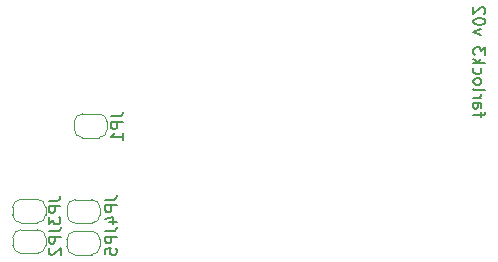
<source format=gbo>
G04 #@! TF.GenerationSoftware,KiCad,Pcbnew,9.0.2*
G04 #@! TF.CreationDate,2025-06-19T13:18:12-04:00*
G04 #@! TF.ProjectId,farlock3,6661726c-6f63-46b3-932e-6b696361645f,v02*
G04 #@! TF.SameCoordinates,Original*
G04 #@! TF.FileFunction,Legend,Bot*
G04 #@! TF.FilePolarity,Positive*
%FSLAX46Y46*%
G04 Gerber Fmt 4.6, Leading zero omitted, Abs format (unit mm)*
G04 Created by KiCad (PCBNEW 9.0.2) date 2025-06-19 13:18:12*
%MOMM*%
%LPD*%
G01*
G04 APERTURE LIST*
G04 Aperture macros list*
%AMFreePoly0*
4,1,35,0.000000,0.748929,0.032702,0.748929,0.097545,0.740393,0.160720,0.723465,0.221144,0.698436,0.277785,0.665735,0.329673,0.625920,0.375920,0.579673,0.415735,0.527785,0.448436,0.471144,0.473465,0.410720,0.490393,0.347545,0.498929,0.282702,0.498929,0.250000,0.500000,0.250000,0.500000,-0.250000,0.498929,-0.250000,0.498929,-0.282702,0.490393,-0.347545,0.473465,-0.410720,
0.448436,-0.471144,0.415735,-0.527785,0.375920,-0.579673,0.329673,-0.625920,0.277785,-0.665735,0.221144,-0.698436,0.160720,-0.723465,0.097545,-0.740393,0.032702,-0.748929,0.000000,-0.748929,0.000000,-0.750000,-0.500000,-0.750000,-0.500000,0.750000,0.000000,0.750000,0.000000,0.748929,0.000000,0.748929,$1*%
%AMFreePoly1*
4,1,35,0.500000,-0.750000,0.000000,-0.750000,0.000000,-0.748929,-0.032702,-0.748929,-0.097545,-0.740393,-0.160720,-0.723465,-0.221144,-0.698436,-0.277785,-0.665735,-0.329673,-0.625920,-0.375920,-0.579673,-0.415735,-0.527785,-0.448436,-0.471144,-0.473465,-0.410720,-0.490393,-0.347545,-0.498929,-0.282702,-0.498929,-0.250000,-0.500000,-0.250000,-0.500000,0.250000,-0.498929,0.250000,-0.498929,0.282702,
-0.490393,0.347545,-0.473465,0.410720,-0.448436,0.471144,-0.415735,0.527785,-0.375920,0.579673,-0.329673,0.625920,-0.277785,0.665735,-0.221144,0.698436,-0.160720,0.723465,-0.097545,0.740393,-0.032702,0.748929,0.000000,0.748929,0.000000,0.750000,0.500000,0.750000,0.500000,-0.750000,0.500000,-0.750000,$1*%
G04 Aperture macros list end*
%ADD10C,0.150000*%
%ADD11C,0.120000*%
%ADD12C,1.700000*%
%ADD13R,1.700000X1.700000*%
%ADD14FreePoly0,0.000000*%
%ADD15FreePoly1,0.000000*%
%ADD16C,1.350000*%
%ADD17C,2.025000*%
%ADD18FreePoly1,180.000000*%
%ADD19FreePoly0,180.000000*%
G04 APERTURE END LIST*
D10*
X183346847Y-85086077D02*
X183346847Y-84705125D01*
X182680180Y-84943220D02*
X183537323Y-84943220D01*
X183537323Y-84943220D02*
X183632561Y-84895601D01*
X183632561Y-84895601D02*
X183680180Y-84800363D01*
X183680180Y-84800363D02*
X183680180Y-84705125D01*
X182680180Y-83943220D02*
X183203990Y-83943220D01*
X183203990Y-83943220D02*
X183299228Y-83990839D01*
X183299228Y-83990839D02*
X183346847Y-84086077D01*
X183346847Y-84086077D02*
X183346847Y-84276553D01*
X183346847Y-84276553D02*
X183299228Y-84371791D01*
X182727800Y-83943220D02*
X182680180Y-84038458D01*
X182680180Y-84038458D02*
X182680180Y-84276553D01*
X182680180Y-84276553D02*
X182727800Y-84371791D01*
X182727800Y-84371791D02*
X182823038Y-84419410D01*
X182823038Y-84419410D02*
X182918276Y-84419410D01*
X182918276Y-84419410D02*
X183013514Y-84371791D01*
X183013514Y-84371791D02*
X183061133Y-84276553D01*
X183061133Y-84276553D02*
X183061133Y-84038458D01*
X183061133Y-84038458D02*
X183108752Y-83943220D01*
X182680180Y-83467029D02*
X183346847Y-83467029D01*
X183156371Y-83467029D02*
X183251609Y-83419410D01*
X183251609Y-83419410D02*
X183299228Y-83371791D01*
X183299228Y-83371791D02*
X183346847Y-83276553D01*
X183346847Y-83276553D02*
X183346847Y-83181315D01*
X182680180Y-82705124D02*
X182727800Y-82800362D01*
X182727800Y-82800362D02*
X182823038Y-82847981D01*
X182823038Y-82847981D02*
X183680180Y-82847981D01*
X182680180Y-82181314D02*
X182727800Y-82276552D01*
X182727800Y-82276552D02*
X182775419Y-82324171D01*
X182775419Y-82324171D02*
X182870657Y-82371790D01*
X182870657Y-82371790D02*
X183156371Y-82371790D01*
X183156371Y-82371790D02*
X183251609Y-82324171D01*
X183251609Y-82324171D02*
X183299228Y-82276552D01*
X183299228Y-82276552D02*
X183346847Y-82181314D01*
X183346847Y-82181314D02*
X183346847Y-82038457D01*
X183346847Y-82038457D02*
X183299228Y-81943219D01*
X183299228Y-81943219D02*
X183251609Y-81895600D01*
X183251609Y-81895600D02*
X183156371Y-81847981D01*
X183156371Y-81847981D02*
X182870657Y-81847981D01*
X182870657Y-81847981D02*
X182775419Y-81895600D01*
X182775419Y-81895600D02*
X182727800Y-81943219D01*
X182727800Y-81943219D02*
X182680180Y-82038457D01*
X182680180Y-82038457D02*
X182680180Y-82181314D01*
X182727800Y-80990838D02*
X182680180Y-81086076D01*
X182680180Y-81086076D02*
X182680180Y-81276552D01*
X182680180Y-81276552D02*
X182727800Y-81371790D01*
X182727800Y-81371790D02*
X182775419Y-81419409D01*
X182775419Y-81419409D02*
X182870657Y-81467028D01*
X182870657Y-81467028D02*
X183156371Y-81467028D01*
X183156371Y-81467028D02*
X183251609Y-81419409D01*
X183251609Y-81419409D02*
X183299228Y-81371790D01*
X183299228Y-81371790D02*
X183346847Y-81276552D01*
X183346847Y-81276552D02*
X183346847Y-81086076D01*
X183346847Y-81086076D02*
X183299228Y-80990838D01*
X182680180Y-80562266D02*
X183680180Y-80562266D01*
X183061133Y-80467028D02*
X182680180Y-80181314D01*
X183346847Y-80181314D02*
X182965895Y-80562266D01*
X183680180Y-79847980D02*
X183680180Y-79228933D01*
X183680180Y-79228933D02*
X183299228Y-79562266D01*
X183299228Y-79562266D02*
X183299228Y-79419409D01*
X183299228Y-79419409D02*
X183251609Y-79324171D01*
X183251609Y-79324171D02*
X183203990Y-79276552D01*
X183203990Y-79276552D02*
X183108752Y-79228933D01*
X183108752Y-79228933D02*
X182870657Y-79228933D01*
X182870657Y-79228933D02*
X182775419Y-79276552D01*
X182775419Y-79276552D02*
X182727800Y-79324171D01*
X182727800Y-79324171D02*
X182680180Y-79419409D01*
X182680180Y-79419409D02*
X182680180Y-79705123D01*
X182680180Y-79705123D02*
X182727800Y-79800361D01*
X182727800Y-79800361D02*
X182775419Y-79847980D01*
X183346847Y-78133694D02*
X182680180Y-77895599D01*
X182680180Y-77895599D02*
X183346847Y-77657504D01*
X183680180Y-77086075D02*
X183680180Y-76990837D01*
X183680180Y-76990837D02*
X183632561Y-76895599D01*
X183632561Y-76895599D02*
X183584942Y-76847980D01*
X183584942Y-76847980D02*
X183489704Y-76800361D01*
X183489704Y-76800361D02*
X183299228Y-76752742D01*
X183299228Y-76752742D02*
X183061133Y-76752742D01*
X183061133Y-76752742D02*
X182870657Y-76800361D01*
X182870657Y-76800361D02*
X182775419Y-76847980D01*
X182775419Y-76847980D02*
X182727800Y-76895599D01*
X182727800Y-76895599D02*
X182680180Y-76990837D01*
X182680180Y-76990837D02*
X182680180Y-77086075D01*
X182680180Y-77086075D02*
X182727800Y-77181313D01*
X182727800Y-77181313D02*
X182775419Y-77228932D01*
X182775419Y-77228932D02*
X182870657Y-77276551D01*
X182870657Y-77276551D02*
X183061133Y-77324170D01*
X183061133Y-77324170D02*
X183299228Y-77324170D01*
X183299228Y-77324170D02*
X183489704Y-77276551D01*
X183489704Y-77276551D02*
X183584942Y-77228932D01*
X183584942Y-77228932D02*
X183632561Y-77181313D01*
X183632561Y-77181313D02*
X183680180Y-77086075D01*
X183584942Y-76371789D02*
X183632561Y-76324170D01*
X183632561Y-76324170D02*
X183680180Y-76228932D01*
X183680180Y-76228932D02*
X183680180Y-75990837D01*
X183680180Y-75990837D02*
X183632561Y-75895599D01*
X183632561Y-75895599D02*
X183584942Y-75847980D01*
X183584942Y-75847980D02*
X183489704Y-75800361D01*
X183489704Y-75800361D02*
X183394466Y-75800361D01*
X183394466Y-75800361D02*
X183251609Y-75847980D01*
X183251609Y-75847980D02*
X182680180Y-76419408D01*
X182680180Y-76419408D02*
X182680180Y-75800361D01*
X151494819Y-94776666D02*
X152209104Y-94776666D01*
X152209104Y-94776666D02*
X152351961Y-94729047D01*
X152351961Y-94729047D02*
X152447200Y-94633809D01*
X152447200Y-94633809D02*
X152494819Y-94490952D01*
X152494819Y-94490952D02*
X152494819Y-94395714D01*
X152494819Y-95252857D02*
X151494819Y-95252857D01*
X151494819Y-95252857D02*
X151494819Y-95633809D01*
X151494819Y-95633809D02*
X151542438Y-95729047D01*
X151542438Y-95729047D02*
X151590057Y-95776666D01*
X151590057Y-95776666D02*
X151685295Y-95824285D01*
X151685295Y-95824285D02*
X151828152Y-95824285D01*
X151828152Y-95824285D02*
X151923390Y-95776666D01*
X151923390Y-95776666D02*
X151971009Y-95729047D01*
X151971009Y-95729047D02*
X152018628Y-95633809D01*
X152018628Y-95633809D02*
X152018628Y-95252857D01*
X151494819Y-96729047D02*
X151494819Y-96252857D01*
X151494819Y-96252857D02*
X151971009Y-96205238D01*
X151971009Y-96205238D02*
X151923390Y-96252857D01*
X151923390Y-96252857D02*
X151875771Y-96348095D01*
X151875771Y-96348095D02*
X151875771Y-96586190D01*
X151875771Y-96586190D02*
X151923390Y-96681428D01*
X151923390Y-96681428D02*
X151971009Y-96729047D01*
X151971009Y-96729047D02*
X152066247Y-96776666D01*
X152066247Y-96776666D02*
X152304342Y-96776666D01*
X152304342Y-96776666D02*
X152399580Y-96729047D01*
X152399580Y-96729047D02*
X152447200Y-96681428D01*
X152447200Y-96681428D02*
X152494819Y-96586190D01*
X152494819Y-96586190D02*
X152494819Y-96348095D01*
X152494819Y-96348095D02*
X152447200Y-96252857D01*
X152447200Y-96252857D02*
X152399580Y-96205238D01*
X151984819Y-85056666D02*
X152699104Y-85056666D01*
X152699104Y-85056666D02*
X152841961Y-85009047D01*
X152841961Y-85009047D02*
X152937200Y-84913809D01*
X152937200Y-84913809D02*
X152984819Y-84770952D01*
X152984819Y-84770952D02*
X152984819Y-84675714D01*
X152984819Y-85532857D02*
X151984819Y-85532857D01*
X151984819Y-85532857D02*
X151984819Y-85913809D01*
X151984819Y-85913809D02*
X152032438Y-86009047D01*
X152032438Y-86009047D02*
X152080057Y-86056666D01*
X152080057Y-86056666D02*
X152175295Y-86104285D01*
X152175295Y-86104285D02*
X152318152Y-86104285D01*
X152318152Y-86104285D02*
X152413390Y-86056666D01*
X152413390Y-86056666D02*
X152461009Y-86009047D01*
X152461009Y-86009047D02*
X152508628Y-85913809D01*
X152508628Y-85913809D02*
X152508628Y-85532857D01*
X152984819Y-87056666D02*
X152984819Y-86485238D01*
X152984819Y-86770952D02*
X151984819Y-86770952D01*
X151984819Y-86770952D02*
X152127676Y-86675714D01*
X152127676Y-86675714D02*
X152222914Y-86580476D01*
X152222914Y-86580476D02*
X152270533Y-86485238D01*
X146704819Y-92196666D02*
X147419104Y-92196666D01*
X147419104Y-92196666D02*
X147561961Y-92149047D01*
X147561961Y-92149047D02*
X147657200Y-92053809D01*
X147657200Y-92053809D02*
X147704819Y-91910952D01*
X147704819Y-91910952D02*
X147704819Y-91815714D01*
X147704819Y-92672857D02*
X146704819Y-92672857D01*
X146704819Y-92672857D02*
X146704819Y-93053809D01*
X146704819Y-93053809D02*
X146752438Y-93149047D01*
X146752438Y-93149047D02*
X146800057Y-93196666D01*
X146800057Y-93196666D02*
X146895295Y-93244285D01*
X146895295Y-93244285D02*
X147038152Y-93244285D01*
X147038152Y-93244285D02*
X147133390Y-93196666D01*
X147133390Y-93196666D02*
X147181009Y-93149047D01*
X147181009Y-93149047D02*
X147228628Y-93053809D01*
X147228628Y-93053809D02*
X147228628Y-92672857D01*
X146704819Y-93577619D02*
X146704819Y-94196666D01*
X146704819Y-94196666D02*
X147085771Y-93863333D01*
X147085771Y-93863333D02*
X147085771Y-94006190D01*
X147085771Y-94006190D02*
X147133390Y-94101428D01*
X147133390Y-94101428D02*
X147181009Y-94149047D01*
X147181009Y-94149047D02*
X147276247Y-94196666D01*
X147276247Y-94196666D02*
X147514342Y-94196666D01*
X147514342Y-94196666D02*
X147609580Y-94149047D01*
X147609580Y-94149047D02*
X147657200Y-94101428D01*
X147657200Y-94101428D02*
X147704819Y-94006190D01*
X147704819Y-94006190D02*
X147704819Y-93720476D01*
X147704819Y-93720476D02*
X147657200Y-93625238D01*
X147657200Y-93625238D02*
X147609580Y-93577619D01*
X146724819Y-94786666D02*
X147439104Y-94786666D01*
X147439104Y-94786666D02*
X147581961Y-94739047D01*
X147581961Y-94739047D02*
X147677200Y-94643809D01*
X147677200Y-94643809D02*
X147724819Y-94500952D01*
X147724819Y-94500952D02*
X147724819Y-94405714D01*
X147724819Y-95262857D02*
X146724819Y-95262857D01*
X146724819Y-95262857D02*
X146724819Y-95643809D01*
X146724819Y-95643809D02*
X146772438Y-95739047D01*
X146772438Y-95739047D02*
X146820057Y-95786666D01*
X146820057Y-95786666D02*
X146915295Y-95834285D01*
X146915295Y-95834285D02*
X147058152Y-95834285D01*
X147058152Y-95834285D02*
X147153390Y-95786666D01*
X147153390Y-95786666D02*
X147201009Y-95739047D01*
X147201009Y-95739047D02*
X147248628Y-95643809D01*
X147248628Y-95643809D02*
X147248628Y-95262857D01*
X146820057Y-96215238D02*
X146772438Y-96262857D01*
X146772438Y-96262857D02*
X146724819Y-96358095D01*
X146724819Y-96358095D02*
X146724819Y-96596190D01*
X146724819Y-96596190D02*
X146772438Y-96691428D01*
X146772438Y-96691428D02*
X146820057Y-96739047D01*
X146820057Y-96739047D02*
X146915295Y-96786666D01*
X146915295Y-96786666D02*
X147010533Y-96786666D01*
X147010533Y-96786666D02*
X147153390Y-96739047D01*
X147153390Y-96739047D02*
X147724819Y-96167619D01*
X147724819Y-96167619D02*
X147724819Y-96786666D01*
X151494819Y-92116666D02*
X152209104Y-92116666D01*
X152209104Y-92116666D02*
X152351961Y-92069047D01*
X152351961Y-92069047D02*
X152447200Y-91973809D01*
X152447200Y-91973809D02*
X152494819Y-91830952D01*
X152494819Y-91830952D02*
X152494819Y-91735714D01*
X152494819Y-92592857D02*
X151494819Y-92592857D01*
X151494819Y-92592857D02*
X151494819Y-92973809D01*
X151494819Y-92973809D02*
X151542438Y-93069047D01*
X151542438Y-93069047D02*
X151590057Y-93116666D01*
X151590057Y-93116666D02*
X151685295Y-93164285D01*
X151685295Y-93164285D02*
X151828152Y-93164285D01*
X151828152Y-93164285D02*
X151923390Y-93116666D01*
X151923390Y-93116666D02*
X151971009Y-93069047D01*
X151971009Y-93069047D02*
X152018628Y-92973809D01*
X152018628Y-92973809D02*
X152018628Y-92592857D01*
X151828152Y-94021428D02*
X152494819Y-94021428D01*
X151447200Y-93783333D02*
X152161485Y-93545238D01*
X152161485Y-93545238D02*
X152161485Y-94164285D01*
D11*
X148950000Y-96775000D02*
G75*
G02*
X148250000Y-96075000I-1J699999D01*
G01*
X151050000Y-96075000D02*
G75*
G02*
X150350000Y-96775000I-700000J0D01*
G01*
X148250000Y-95475000D02*
G75*
G02*
X148950000Y-94775000I699999J1D01*
G01*
X150350000Y-94775000D02*
G75*
G02*
X151050000Y-95475000I0J-700000D01*
G01*
X148950000Y-96775000D02*
X150350000Y-96775000D01*
X151050000Y-96075000D02*
X151050000Y-95475000D01*
X148250000Y-95475000D02*
X148250000Y-96075000D01*
X150350000Y-94775000D02*
X148950000Y-94775000D01*
X148875000Y-85550000D02*
X148875000Y-86150000D01*
X149575000Y-86850000D02*
X150975000Y-86850000D01*
X150975000Y-84850000D02*
X149575000Y-84850000D01*
X151675000Y-86150000D02*
X151675000Y-85550000D01*
X148875000Y-85550000D02*
G75*
G02*
X149575000Y-84850000I699999J1D01*
G01*
X149575000Y-86850000D02*
G75*
G02*
X148875000Y-86150000I-1J699999D01*
G01*
X150975000Y-84850000D02*
G75*
G02*
X151675000Y-85550000I0J-700000D01*
G01*
X151675000Y-86150000D02*
G75*
G02*
X150975000Y-86850000I-700000J0D01*
G01*
X145757000Y-92075000D02*
X144357000Y-92075000D01*
X143657000Y-92775000D02*
X143657000Y-93375000D01*
X146457000Y-93375000D02*
X146457000Y-92775000D01*
X144357000Y-94075000D02*
X145757000Y-94075000D01*
X145757000Y-92075000D02*
G75*
G02*
X146457000Y-92775000I1J-699999D01*
G01*
X143657000Y-92775000D02*
G75*
G02*
X144357000Y-92075000I700000J0D01*
G01*
X146457000Y-93375000D02*
G75*
G02*
X145757000Y-94075000I-699999J-1D01*
G01*
X144357000Y-94075000D02*
G75*
G02*
X143657000Y-93375000I0J700000D01*
G01*
X144375000Y-96650000D02*
G75*
G02*
X143675000Y-95950000I0J700000D01*
G01*
X146475000Y-95950000D02*
G75*
G02*
X145775000Y-96650000I-699999J-1D01*
G01*
X143675000Y-95350000D02*
G75*
G02*
X144375000Y-94650000I700000J0D01*
G01*
X145775000Y-94650000D02*
G75*
G02*
X146475000Y-95350000I1J-699999D01*
G01*
X144375000Y-96650000D02*
X145775000Y-96650000D01*
X146475000Y-95950000D02*
X146475000Y-95350000D01*
X143675000Y-95350000D02*
X143675000Y-95950000D01*
X145775000Y-94650000D02*
X144375000Y-94650000D01*
X148962000Y-94100000D02*
G75*
G02*
X148262000Y-93400000I-1J699999D01*
G01*
X151062000Y-93400000D02*
G75*
G02*
X150362000Y-94100000I-700000J0D01*
G01*
X148262000Y-92800000D02*
G75*
G02*
X148962000Y-92100000I699999J1D01*
G01*
X150362000Y-92100000D02*
G75*
G02*
X151062000Y-92800000I0J-700000D01*
G01*
X148962000Y-94100000D02*
X150362000Y-94100000D01*
X151062000Y-93400000D02*
X151062000Y-92800000D01*
X148262000Y-92800000D02*
X148262000Y-93400000D01*
X150362000Y-92100000D02*
X148962000Y-92100000D01*
%LPC*%
G36*
X149500000Y-96525000D02*
G01*
X149800000Y-96525000D01*
X149800000Y-95025000D01*
X149500000Y-95025000D01*
X149500000Y-96525000D01*
G37*
G36*
X150125000Y-86600000D02*
G01*
X150425000Y-86600000D01*
X150425000Y-85100000D01*
X150125000Y-85100000D01*
X150125000Y-86600000D01*
G37*
G36*
X145207000Y-92325000D02*
G01*
X144907000Y-92325000D01*
X144907000Y-93825000D01*
X145207000Y-93825000D01*
X145207000Y-92325000D01*
G37*
G36*
X145225000Y-94900000D02*
G01*
X144925000Y-94900000D01*
X144925000Y-96400000D01*
X145225000Y-96400000D01*
X145225000Y-94900000D01*
G37*
G36*
X149512000Y-93850000D02*
G01*
X149812000Y-93850000D01*
X149812000Y-92350000D01*
X149512000Y-92350000D01*
X149512000Y-93850000D01*
G37*
D12*
X151190000Y-76860000D03*
X148650000Y-76860000D03*
X146110000Y-76860000D03*
X143570000Y-76860000D03*
X141030000Y-76860000D03*
X138490000Y-76860000D03*
X135950000Y-76860000D03*
X133410000Y-76860000D03*
X130870000Y-76860000D03*
D13*
X128330000Y-76860000D03*
D14*
X150300000Y-95775000D03*
D15*
X149000000Y-95775000D03*
D16*
X164503000Y-94700000D03*
X162503000Y-94700000D03*
X160503000Y-94700000D03*
D17*
X166600000Y-94700000D03*
X158400000Y-94700000D03*
D15*
X149625000Y-85850000D03*
D14*
X150925000Y-85850000D03*
D13*
X169880000Y-95620000D03*
D12*
X172420000Y-95620000D03*
X174960000Y-95620000D03*
D13*
X154425000Y-93075000D03*
D12*
X154425000Y-95615000D03*
X182540000Y-88400000D03*
D13*
X180000000Y-88400000D03*
D18*
X145707000Y-93075000D03*
D19*
X144407000Y-93075000D03*
X144425000Y-95650000D03*
D18*
X145725000Y-95650000D03*
D14*
X150312000Y-93100000D03*
D15*
X149012000Y-93100000D03*
D13*
X128350000Y-94110000D03*
D12*
X128350000Y-91570000D03*
X128350000Y-89030000D03*
X128350000Y-86490000D03*
X128350000Y-83950000D03*
%LPD*%
M02*

</source>
